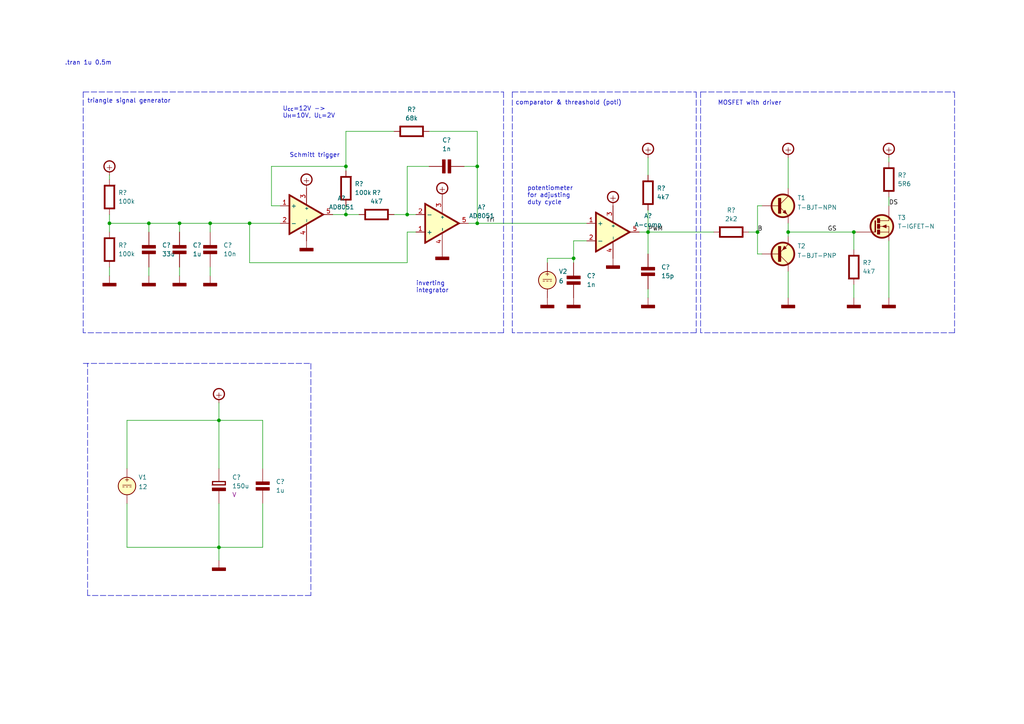
<source format=kicad_sch>
(kicad_sch (version 20211123) (generator eeschema)
  (paper "A4")
  (lib_symbols
    (symbol "Elektuur:A-comp"
      (property "Reference" "A" (at -1.905 0 0))
      (property "Value" "A-comp" (at 2.54 -3.175 0))
      (symbol "A-comp_1_1"
        (polyline (pts (xy 4.8514 0) (xy -4.953 5.6642) (xy -4.953 -5.6642) (xy 4.8514 0)) (stroke (width -0.0508)) (fill (type background)))
        (polyline (pts (xy 5.08 0) (xy -5.08 5.8674) (xy -5.08 -5.8674) (xy 5.08 0) (xy 4.572 0) (xy -4.826 -5.4356) (xy -4.826 5.4356) (xy 4.572 0) (xy 5.08 0)) (stroke (width 0.254)) (fill (type outline)))
        (pin input line (at -7.62 2.54 0) (length 2.54) (name "+") (number "1"))
        (pin input line (at -7.62 -2.54 0) (length 2.54) (name "-") (number "2"))
        (pin power_in line (at 0 7.62 270) (length 4.6736) (name "+") (number "3"))
        (pin power_in line (at 0 -7.62 90) (length 4.6736) (name "-") (number "4"))
        (pin output line (at 7.62 0 180) (length 2.54) (name "OUT") (number "5"))
      )
      (symbol "A-comp_1_2"
        (polyline (pts (xy 5.715 0) (xy -5.842 6.6548) (xy -5.842 -6.6548) (xy 5.715 0)) (stroke (width -0.0508)) (fill (type background)))
        (polyline (pts (xy 5.969 0) (xy -5.969 6.8834) (xy -5.969 -6.8834) (xy 5.969 0) (xy 5.461 0) (xy -5.715 -6.4516) (xy -5.715 6.4516) (xy 5.461 0) (xy 5.969 0)) (stroke (width 0.254)) (fill (type outline)))
        (pin input line (at -7.62 3.175 0) (length 1.651) (name "+") (number "1"))
        (pin input line (at -7.62 -3.175 0) (length 1.651) (name "-") (number "2"))
        (pin power_in line (at 0 7.62 270) (length 4.1656) (name "+") (number "3"))
        (pin power_in line (at 0 -7.62 90) (length 4.1656) (name "-") (number "4"))
        (pin output line (at 7.62 0 180) (length 1.651) (name "OUT") (number "5"))
      )
    )
    (symbol "Elektuur:A-opamp"
      (property "Reference" "A" (at -1.905 0 0))
      (property "Value" "A-opamp" (at 2.54 -3.175 0))
      (symbol "A-opamp_1_1"
        (polyline (pts (xy 4.8514 0) (xy -4.953 5.6642) (xy -4.953 -5.6642) (xy 4.8514 0)) (stroke (width -0.0508)) (fill (type background)))
        (polyline (pts (xy 5.08 0) (xy -5.08 5.8674) (xy -5.08 -5.8674) (xy 5.08 0) (xy 4.572 0) (xy -4.826 -5.4356) (xy -4.826 5.4356) (xy 4.572 0) (xy 5.08 0)) (stroke (width 0.254)) (fill (type outline)))
        (pin input line (at -7.62 -2.54 0) (length 2.54) (name "+") (number "1"))
        (pin input line (at -7.62 2.54 0) (length 2.54) (name "-") (number "2"))
        (pin power_in line (at 0 7.62 270) (length 4.6736) (name "+") (number "3"))
        (pin power_in line (at 0 -7.62 90) (length 4.6736) (name "-") (number "4"))
        (pin output line (at 7.62 0 180) (length 2.54) (name "OUT") (number "5"))
      )
      (symbol "A-opamp_1_2"
        (polyline (pts (xy 5.715 0) (xy -5.842 6.6548) (xy -5.842 -6.6548) (xy 5.715 0)) (stroke (width -0.0508)) (fill (type background)))
        (polyline (pts (xy 5.969 0) (xy -5.969 6.8834) (xy -5.969 -6.8834) (xy 5.969 0) (xy 5.461 0) (xy -5.715 -6.4516) (xy -5.715 6.4516) (xy 5.461 0) (xy 5.969 0)) (stroke (width 0.254)) (fill (type outline)))
        (pin input line (at -7.62 -3.175 0) (length 1.651) (name "+") (number "1"))
        (pin input line (at -7.62 3.175 0) (length 1.651) (name "-") (number "2"))
        (pin power_in line (at 0 7.62 270) (length 4.1656) (name "+") (number "3"))
        (pin power_in line (at 0 -7.62 90) (length 4.1656) (name "-") (number "4"))
        (pin output line (at 7.62 0 180) (length 1.651) (name "OUT") (number "5"))
      )
    )
    (symbol "Elektuur:C" (pin_numbers hide) (pin_names (offset 0) hide)
      (property "Reference" "C" (at 0.635 3.175 0))
      (property "Value" "C" (at 0.635 -3.175 0))
      (symbol "C_1_1"
        (rectangle (start -1.905 -0.4318) (end 1.905 -1.1938) (stroke (width 0.254)) (fill (type outline)))
        (rectangle (start -1.905 1.1938) (end 1.905 0.4318) (stroke (width 0.254)) (fill (type outline)))
        (pin passive line (at 0 5.08 270) (length 3.8862) (name "+") (number "1"))
        (pin passive line (at 0 -5.08 90) (length 3.8862) (name "-") (number "2"))
      )
      (symbol "C_1_2"
        (polyline (pts (xy -1.905 -1.4986) (xy 1.905 -1.4986) (xy 1.905 -0.4318) (xy -1.905 -0.4318) (xy -1.905 -1.4986) (xy -1.8034 -1.397) (xy -1.8034 -0.5334) (xy 1.8034 -0.5334) (xy 1.8034 -1.397) (xy -1.8034 -1.397) (xy -1.905 -1.4986)) (stroke (width 0.254)) (fill (type outline)))
        (polyline (pts (xy -1.905 0.4318) (xy 1.905 0.4318) (xy 1.905 1.4986) (xy -1.905 1.4986) (xy -1.905 0.4318) (xy -1.8034 0.5334) (xy -1.8034 1.397) (xy 1.8034 1.397) (xy 1.8034 0.5334) (xy -1.8034 0.5334) (xy -1.905 0.4318)) (stroke (width 0.254)) (fill (type outline)))
        (pin passive line (at 0 5.08 270) (length 3.5814) (name "+") (number "1"))
        (pin passive line (at 0 -5.08 90) (length 3.5814) (name "-") (number "2"))
      )
    )
    (symbol "Elektuur:C-polar" (pin_numbers hide) (pin_names (offset 0) hide)
      (property "Reference" "C" (at 0.635 3.175 0))
      (property "Value" "C-polar" (at 0.635 -3.175 0))
      (property "Rating" "V" (at -0.635 -3.175 0))
      (symbol "C-polar_1_1"
        (rectangle (start -1.905 -0.5842) (end 1.905 -1.3462) (stroke (width 0.254)) (fill (type outline)))
        (polyline (pts (xy -1.905 0.2794) (xy 1.905 0.2794) (xy 1.905 1.3462) (xy -1.905 1.3462) (xy -1.905 0.2794) (xy -1.8034 0.381) (xy -1.8034 1.2446) (xy 1.8034 1.2446) (xy 1.8034 0.381) (xy -1.8034 0.381) (xy -1.905 0.2794)) (stroke (width 0.254)) (fill (type outline)))
        (pin passive line (at 0 5.08 270) (length 3.7338) (name "+") (number "1"))
        (pin passive line (at 0 -5.08 90) (length 3.7338) (name "-") (number "2"))
      )
      (symbol "C-polar_1_2"
        (rectangle (start -1.905 -0.4318) (end 1.905 -1.1938) (stroke (width 0.254)) (fill (type outline)))
        (polyline (pts (xy -1.905 0.4318) (xy 1.905 0.4318) (xy 1.905 1.4986) (xy -1.905 1.4986) (xy -1.905 0.4318) (xy -1.8034 0.5334) (xy -1.8034 1.397) (xy 1.8034 1.397) (xy 1.8034 0.5334) (xy -1.8034 0.5334) (xy -1.905 0.4318)) (stroke (width 0.254)) (fill (type outline)))
        (pin passive line (at 0 5.08 270) (length 3.5814) (name "+") (number "1"))
        (pin passive line (at 0 -5.08 90) (length 3.8862) (name "-") (number "2"))
      )
    )
    (symbol "Elektuur:R" (pin_numbers hide) (pin_names (offset 0) hide)
      (property "Reference" "R" (at 2.54 3.175 0))
      (property "Value" "R" (at 0 0 90))
      (symbol "R_1_1"
        (polyline (pts (xy -1.524 -3.429) (xy 1.524 -3.429) (xy 1.524 3.429) (xy -1.524 3.429) (xy -1.524 -3.429) (xy -1.27 -3.175) (xy -1.27 3.175) (xy 1.27 3.175) (xy 1.27 -3.175) (xy -1.27 -3.175) (xy -1.524 -3.429)) (stroke (width 0.254)) (fill (type outline)))
        (pin passive line (at 0 5.08 270) (length 1.651) (name "+") (number "1"))
        (pin passive line (at 0 -5.08 90) (length 1.651) (name "-") (number "2"))
      )
      (symbol "R_1_2"
        (polyline (pts (xy -0.508 -3.429) (xy 1.524 -3.429) (xy 1.524 3.429) (xy -0.508 3.429) (xy -0.508 3.175) (xy 1.27 3.175) (xy 1.27 -3.175) (xy -0.508 -3.175) (xy -0.508 -3.429)) (stroke (width 0.254)) (fill (type outline)))
        (pin passive line (at 0 5.08 270) (length 1.651) (name "+") (number "1"))
        (pin passive line (at 0 -5.08 90) (length 1.651) (name "-") (number "2"))
      )
      (symbol "R_1_3"
        (polyline (pts (xy 0 3.4798) (xy 0 3.2004) (xy 0.7112 2.794) (xy -1.1938 1.6764) (xy 0.7112 0.5588) (xy -1.1938 -0.5588) (xy 0.7112 -1.6764) (xy -1.1938 -2.794) (xy 0 -3.4798) (xy 0 -3.2004) (xy -0.7112 -2.794) (xy 1.1938 -1.6764) (xy -0.7112 -0.5588) (xy 1.1938 0.5588) (xy -0.7112 1.6764) (xy 1.1938 2.794) (xy 0 3.4798)) (stroke (width 0.254)) (fill (type outline)))
        (pin passive line (at 0 5.08 270) (length 1.6002) (name "+") (number "1"))
        (pin passive line (at 0 -5.08 90) (length 1.6002) (name "-") (number "2"))
      )
      (symbol "R_1_4"
        (polyline (pts (xy 0 4.5466) (xy 0 4.2672) (xy 0.0508 4.2418) (xy 1.016 3.683) (xy -1.524 2.2098) (xy 1.016 0.7366) (xy -1.524 -0.7366) (xy 1.016 -2.2098) (xy -1.524 -3.683) (xy -0.0762 -4.5212) (xy 0 -4.5466) (xy 0 -4.2672) (xy -0.0508 -4.2418) (xy -1.016 -3.683) (xy 1.524 -2.2098) (xy -1.016 -0.7366) (xy 1.524 0.7366) (xy -1.016 2.2098) (xy 1.524 3.683) (xy 0.0762 4.5212) (xy 0 4.5466)) (stroke (width 0.254)) (fill (type outline)))
        (pin passive line (at 0 5.08 270) (length 0.5334) (name "+") (number "1"))
        (pin passive line (at 0 -5.08 90) (length 0.5334) (name "-") (number "2"))
      )
    )
    (symbol "Elektuur:T-BJT-NPN" (pin_numbers hide) (pin_names (offset 0) hide)
      (property "Reference" "T" (at 3.175 3.81 0))
      (property "Value" "T-BJT-NPN" (at 3.175 -3.81 0))
      (property "Spice_Model" "Q" (at -1.905 3.81 0))
      (symbol "T-BJT-NPN_1_0"
        (polyline (pts (xy 2.54 -2.794) (xy 0.381 -0.635)))
        (polyline (pts (xy 2.54 2.794) (xy 0.381 0.635)))
        (polyline (pts (xy 2.1082 -2.3622) (xy 1.651 -1.27) (xy 1.016 -1.905) (xy 2.1082 -2.3622)) (fill (type outline)))
        (pin passive line (at 2.54 5.08 270) (length 2.286) (name "C") (number "1"))
        (pin passive line (at -5.08 0 0) (length 4.826) (name "B") (number "2"))
        (pin passive line (at 2.54 -5.08 90) (length 2.286) (name "E") (number "3"))
      )
      (symbol "T-BJT-NPN_1_1"
        (rectangle (start -0.254 2.159) (end 0.381 -2.159) (stroke (width 0.254)) (fill (type outline)))
        (circle (center 1.016 0) (radius 3.302) (stroke (width 0.508)) (fill (type background)))
      )
      (symbol "T-BJT-NPN_1_2"
        (rectangle (start -0.254 2.159) (end 0.381 -2.159) (stroke (width 0.254)) (fill (type outline)))
      )
    )
    (symbol "Elektuur:T-BJT-PNP" (pin_numbers hide) (pin_names (offset 0) hide)
      (property "Reference" "T" (at 3.175 3.81 0))
      (property "Value" "T-BJT-PNP" (at 3.175 -3.81 0))
      (property "Spice_Model" "Q" (at -1.905 3.81 0))
      (symbol "T-BJT-PNP_1_0"
        (polyline (pts (xy 2.54 -2.794) (xy 0.381 -0.635)))
        (polyline (pts (xy 2.54 2.794) (xy 0.381 0.635)))
        (polyline (pts (xy 0.9398 1.1938) (xy 2.032 1.651) (xy 1.397 2.286) (xy 0.9398 1.1938)) (fill (type outline)))
        (pin passive line (at 2.54 -5.08 90) (length 2.286) (name "C") (number "1"))
        (pin passive line (at -5.08 0 0) (length 4.826) (name "B") (number "2"))
        (pin passive line (at 2.54 5.08 270) (length 2.286) (name "E") (number "3"))
      )
      (symbol "T-BJT-PNP_1_1"
        (rectangle (start -0.254 2.159) (end 0.381 -2.159) (stroke (width 0.254)) (fill (type outline)))
        (circle (center 1.016 0) (radius 3.302) (stroke (width 0.508)) (fill (type background)))
      )
      (symbol "T-BJT-PNP_1_2"
        (rectangle (start -0.254 2.159) (end 0.381 -2.159) (stroke (width 0.254)) (fill (type outline)))
      )
    )
    (symbol "Elektuur:T-IGFET-N" (pin_numbers hide) (pin_names (offset 0) hide)
      (property "Reference" "T" (at 6.35 3.81 0))
      (property "Value" "T-IGFET-N" (at 6.35 -3.81 0))
      (property "Spice_Model" "M" (at -0.635 3.81 0))
      (symbol "T-IGFET-N_1_0"
        (polyline (pts (xy 5.08 -2.54) (xy 2.413 -2.54)))
        (polyline (pts (xy 5.08 0.762) (xy 2.413 0.762)))
        (polyline (pts (xy 5.08 -2.54) (xy 5.08 -0.889) (xy 2.413 -0.889)))
        (polyline (pts (xy 3.2004 -0.889) (xy 4.318 -0.4318) (xy 4.318 -1.3462) (xy 3.2004 -0.889)) (fill (type outline)))
        (rectangle (start 1.778 -1.9558) (end 2.413 -3.1242) (stroke (width 0.254)) (fill (type outline)))
        (rectangle (start 1.778 -0.3048) (end 2.413 -1.4732) (stroke (width 0.254)) (fill (type outline)))
        (rectangle (start 1.778 1.3462) (end 2.413 0.1778) (stroke (width 0.254)) (fill (type outline)))
        (pin passive line (at 5.08 5.08 270) (length 4.318) (name "D") (number "1"))
        (pin passive line (at -5.08 -2.54 0) (length 6.096) (name "G") (number "2"))
        (pin passive line (at 5.08 -5.08 90) (length 2.54) (name "S") (number "3"))
      )
      (symbol "T-IGFET-N_1_1"
        (rectangle (start 1.016 0.762) (end 1.27 -2.54) (fill (type outline)))
        (circle (center 3.048 -0.889) (radius 3.302) (stroke (width 0.508)) (fill (type background)))
      )
      (symbol "T-IGFET-N_1_2"
        (rectangle (start 1.016 0.762) (end 1.27 -2.54) (fill (type outline)))
      )
    )
    (symbol "Elektuur:V-+" (power) (pin_numbers hide) (pin_names (offset 1.27) hide)
      (symbol "V-+_1_0"
        (pin power_in line (at 0 0 0) (length 0) hide (name "+") (number "0"))
      )
      (symbol "V-+_1_1"
        (circle (center 0 -2.54) (radius 1.6002) (stroke (width 0.3556)))
        (polyline (pts (xy 0 -0.889) (xy 0 0)))
        (text "+" (at 0 -2.3368 0) (effects (font (size 1.8542 1.8542))))
      )
      (symbol "V-+_1_2"
        (circle (center -2.54 0) (radius 1.6002) (stroke (width 0.3556)))
        (polyline (pts (xy -0.889 0) (xy 0 0)))
        (text "+" (at -2.54 0.2032 0) (effects (font (size 1.8542 1.8542))))
      )
    )
    (symbol "Elektuur:V-GND" (power) (pin_numbers hide) (pin_names (offset 1.27) hide)
      (symbol "V-GND_1_1"
        (rectangle (start -1.905 -2.159) (end 1.905 -2.921) (stroke (width 0.254)) (fill (type outline)))
        (polyline (pts (xy 0 0) (xy 0 -2.159)))
        (pin power_in line (at 0 0 0) (length 0) hide (name "0") (number "0"))
      )
      (symbol "V-GND_1_2"
        (rectangle (start -1.905 0.381) (end 1.905 -0.381) (stroke (width 0.254)) (fill (type outline)))
        (pin power_in line (at 0 0 0) (length 0) hide (name "0") (number "0"))
      )
    )
    (symbol "Simulation_SPICE:VDC" (pin_numbers hide) (pin_names (offset 0.0254))
      (property "Reference" "V" (at 2.54 2.54 0))
      (property "Value" "VDC" (at 2.54 0 0))
      (property "Spice_Model" "dc(1)" (at 2.54 -2.54 0))
      (symbol "VDC_0_0"
        (polyline (pts (xy -1.27 0.254) (xy 1.27 0.254)))
        (polyline (pts (xy -0.762 -0.254) (xy -1.27 -0.254)))
        (polyline (pts (xy 0.254 -0.254) (xy -0.254 -0.254)))
        (polyline (pts (xy 1.27 -0.254) (xy 0.762 -0.254)))
        (text "+" (at 0 1.905 0) (effects (font (size 1.27 1.27))))
      )
      (symbol "VDC_0_1"
        (circle (center 0 0) (radius 2.54) (stroke (width 0.254)) (fill (type background)))
      )
      (symbol "VDC_1_1"
        (pin passive line (at 0 5.08 270) (length 2.54) (name "~") (number "1"))
        (pin passive line (at 0 -5.08 90) (length 2.54) (name "~") (number "2"))
      )
    )
  )
  (junction (at 60.96 64.77))
  (junction (at 219.71 67.31))
  (junction (at 138.43 48.26))
  (junction (at 63.5 158.75))
  (junction (at 166.37 74.93))
  (junction (at 52.07 64.77))
  (junction (at 63.5 121.92))
  (junction (at 43.18 64.77))
  (junction (at 187.96 67.31))
  (junction (at 31.75 64.77))
  (junction (at 118.11 62.23))
  (junction (at 247.65 67.31))
  (junction (at 72.39 64.77))
  (junction (at 138.43 64.77))
  (junction (at 100.33 62.23))
  (junction (at 100.33 48.26))
  (junction (at 228.6 67.31))
  (wire (pts (xy 60.96 64.77) (xy 60.96 67.31)))
  (wire (pts (xy 219.71 73.66) (xy 220.98 73.66)))
  (wire (pts (xy 63.5 158.75) (xy 63.5 162.56)))
  (wire (pts (xy 124.46 38.1) (xy 138.43 38.1)))
  (polyline (pts (xy 276.86 96.52) (xy 203.2 96.52)))
  (wire (pts (xy 100.33 48.26) (xy 78.74 48.26)))
  (wire (pts (xy 36.83 121.92) (xy 63.5 121.92)))
  (wire (pts (xy 31.75 64.77) (xy 43.18 64.77)))
  (wire (pts (xy 118.11 62.23) (xy 120.65 62.23)))
  (wire (pts (xy 31.75 64.77) (xy 31.75 67.31)))
  (wire (pts (xy 187.96 67.31) (xy 187.96 73.66)))
  (wire (pts (xy 63.5 146.05) (xy 63.5 158.75)))
  (wire (pts (xy 63.5 158.75) (xy 76.2 158.75)))
  (wire (pts (xy 138.43 64.77) (xy 170.18 64.77)))
  (wire (pts (xy 138.43 48.26) (xy 138.43 64.77)))
  (wire (pts (xy 247.65 67.31) (xy 247.65 72.39)))
  (wire (pts (xy 76.2 146.05) (xy 76.2 158.75)))
  (wire (pts (xy 217.17 67.31) (xy 219.71 67.31)))
  (wire (pts (xy 158.75 76.2) (xy 158.75 74.93)))
  (wire (pts (xy 228.6 67.31) (xy 228.6 68.58)))
  (wire (pts (xy 52.07 77.47) (xy 52.07 80.01)))
  (wire (pts (xy 114.3 62.23) (xy 118.11 62.23)))
  (wire (pts (xy 219.71 67.31) (xy 219.71 73.66)))
  (wire (pts (xy 31.75 52.07) (xy 31.75 50.8)))
  (wire (pts (xy 257.81 57.15) (xy 257.81 59.69)))
  (polyline (pts (xy 201.93 96.52) (xy 148.59 96.52)))
  (wire (pts (xy 158.75 74.93) (xy 166.37 74.93)))
  (wire (pts (xy 138.43 38.1) (xy 138.43 48.26)))
  (wire (pts (xy 52.07 64.77) (xy 43.18 64.77)))
  (wire (pts (xy 52.07 64.77) (xy 52.07 67.31)))
  (wire (pts (xy 187.96 45.72) (xy 187.96 50.8)))
  (wire (pts (xy 76.2 121.92) (xy 76.2 135.89)))
  (wire (pts (xy 120.65 67.31) (xy 118.11 67.31)))
  (wire (pts (xy 43.18 77.47) (xy 43.18 80.01)))
  (wire (pts (xy 81.28 64.77) (xy 72.39 64.77)))
  (wire (pts (xy 63.5 121.92) (xy 63.5 135.89)))
  (wire (pts (xy 257.81 45.72) (xy 257.81 46.99)))
  (wire (pts (xy 31.75 62.23) (xy 31.75 64.77)))
  (polyline (pts (xy 148.59 26.67) (xy 148.59 96.52)))
  (wire (pts (xy 100.33 49.53) (xy 100.33 48.26)))
  (wire (pts (xy 72.39 64.77) (xy 60.96 64.77)))
  (wire (pts (xy 247.65 82.55) (xy 247.65 86.36)))
  (polyline (pts (xy 24.13 26.67) (xy 146.05 26.67)))
  (wire (pts (xy 100.33 59.69) (xy 100.33 62.23)))
  (polyline (pts (xy 276.86 26.67) (xy 276.86 96.52)))
  (wire (pts (xy 228.6 67.31) (xy 247.65 67.31)))
  (wire (pts (xy 78.74 59.69) (xy 81.28 59.69)))
  (polyline (pts (xy 90.17 105.41) (xy 90.17 172.72)))
  (wire (pts (xy 72.39 64.77) (xy 72.39 76.2)))
  (wire (pts (xy 124.46 48.26) (xy 118.11 48.26)))
  (wire (pts (xy 219.71 59.69) (xy 219.71 67.31)))
  (wire (pts (xy 36.83 121.92) (xy 36.83 135.89)))
  (polyline (pts (xy 203.2 26.67) (xy 203.2 96.52)))
  (wire (pts (xy 134.62 48.26) (xy 138.43 48.26)))
  (wire (pts (xy 36.83 146.05) (xy 36.83 158.75)))
  (polyline (pts (xy 24.13 105.41) (xy 90.17 105.41)))
  (wire (pts (xy 96.52 62.23) (xy 100.33 62.23)))
  (wire (pts (xy 228.6 45.72) (xy 228.6 54.61)))
  (wire (pts (xy 36.83 158.75) (xy 63.5 158.75)))
  (wire (pts (xy 31.75 77.47) (xy 31.75 80.01)))
  (wire (pts (xy 228.6 78.74) (xy 228.6 86.36)))
  (wire (pts (xy 100.33 38.1) (xy 114.3 38.1)))
  (wire (pts (xy 100.33 38.1) (xy 100.33 48.26)))
  (polyline (pts (xy 146.05 26.67) (xy 146.05 96.52)))
  (wire (pts (xy 118.11 48.26) (xy 118.11 62.23)))
  (wire (pts (xy 187.96 67.31) (xy 207.01 67.31)))
  (wire (pts (xy 135.89 64.77) (xy 138.43 64.77)))
  (wire (pts (xy 43.18 64.77) (xy 43.18 67.31)))
  (wire (pts (xy 60.96 64.77) (xy 52.07 64.77)))
  (polyline (pts (xy 24.13 26.67) (xy 24.13 96.52)))
  (wire (pts (xy 257.81 69.85) (xy 257.81 86.36)))
  (wire (pts (xy 220.98 59.69) (xy 219.71 59.69)))
  (wire (pts (xy 78.74 48.26) (xy 78.74 59.69)))
  (wire (pts (xy 187.96 60.96) (xy 187.96 67.31)))
  (wire (pts (xy 228.6 64.77) (xy 228.6 67.31)))
  (wire (pts (xy 185.42 67.31) (xy 187.96 67.31)))
  (wire (pts (xy 166.37 69.85) (xy 166.37 74.93)))
  (polyline (pts (xy 146.05 96.52) (xy 24.13 96.52)))
  (wire (pts (xy 63.5 116.84) (xy 63.5 121.92)))
  (wire (pts (xy 100.33 62.23) (xy 104.14 62.23)))
  (wire (pts (xy 187.96 83.82) (xy 187.96 86.36)))
  (polyline (pts (xy 25.4 172.72) (xy 25.4 105.41)))
  (wire (pts (xy 63.5 121.92) (xy 76.2 121.92)))
  (polyline (pts (xy 203.2 26.67) (xy 276.86 26.67)))
  (wire (pts (xy 118.11 76.2) (xy 72.39 76.2)))
  (polyline (pts (xy 201.93 26.67) (xy 201.93 96.52)))
  (polyline (pts (xy 90.17 172.72) (xy 25.4 172.72)))
  (polyline (pts (xy 148.59 26.67) (xy 201.93 26.67)))
  (wire (pts (xy 170.18 69.85) (xy 166.37 69.85)))
  (wire (pts (xy 166.37 76.2) (xy 166.37 74.93)))
  (polyline (pts (xy 25.4 105.41) (xy 25.4 105.41)))
  (wire (pts (xy 118.11 67.31) (xy 118.11 76.2)))
  (wire (pts (xy 60.96 77.47) (xy 60.96 80.01)))
  (text "potentiometer\nfor adjusting\nduty cycle" (at 152.908 59.5376 0) (effects (font (size 1.27 1.27)) (justify left bottom)))
  (text "Schmitt trigger" (at 83.947 45.847 0) (effects (font (size 1.27 1.27)) (justify left bottom)))
  (text "inverting\nintegrator" (at 120.65 85.09 0) (effects (font (size 1.27 1.27)) (justify left bottom)))
  (text "MOSFET with driver" (at 226.695 30.6832 180) (effects (font (size 1.27 1.27)) (justify right bottom)))
  (text "comparator & threashold (poti)" (at 149.479 30.607 0) (effects (font (size 1.27 1.27)) (justify left bottom)))
  (text "U_{cc}=12V -> \nU_{H}=10V, U_{L}=2V" (at 81.9658 34.417 0) (effects (font (size 1.27 1.27)) (justify left bottom)))
  (text "triangle signal generator" (at 25.273 30.099 0) (effects (font (size 1.27 1.27)) (justify left bottom)))
  (text ".tran 1u 0.5m" (at 18.796 19.05 0) (effects (font (size 1.27 1.27)) (justify left bottom)))
  (label "Tri" (at 140.97 64.77 0))
  (label "B" (at 219.71 67.31 0))
  (label "GS" (at 240.03 67.31 0))
  (label "PWM" (at 187.96 67.31 0))
  (label "DS" (at 257.81 59.69 0))
  (symbol (lib_id "Elektuur:V-GND") (at 257.81 86.36 0) (unit 1)
    (property "Reference" "#PWR?" (effects hide))
    (property "Value" "V-GND" (effects hide))
    (property "Label" "GND" (effects hide))
  )
  (symbol (lib_id "Elektuur:R") (at 31.75 57.15 180) (unit 1)
    (property "Reference" "R?" (at 34.29 55.8799 0) (effects (justify right)))
    (property "Value" "100k" (at 34.29 58.4199 0) (effects (justify right)))
    (property "Indicator" "+" (effects hide))
    (property "Rating" "W" (effects hide))
  )
  (symbol (lib_id "Elektuur:V-GND") (at 60.96 80.01 0) (unit 1)
    (property "Reference" "#PWR?" (effects hide))
    (property "Value" "V-GND" (effects hide))
    (property "Label" "GND" (effects hide))
  )
  (symbol (lib_id "Elektuur:V-+") (at 31.75 50.8 180) (unit 1)
    (property "Reference" "#PWR?" (effects hide))
    (property "Value" "V-+" (effects hide))
  )
  (symbol (lib_id "Elektuur:A-comp") (at 177.8 67.31 0) (unit 1)
    (property "Reference" "A?" (at 187.96 62.611 0))
    (property "Value" "A-comp" (at 187.96 65.151 0))
    (property "Spice_Primitive" "X" (effects hide))
    (property "Spice_Model" "LM393" (effects hide))
    (property "Spice_Netlist_Enabled" "Y" (effects hide))
    (property "Spice_Lib_File" "LM393.5_1" (effects hide))
  )
  (symbol (lib_id "Elektuur:C") (at 187.96 78.74 180) (unit 1)
    (property "Reference" "C?" (at 191.77 77.4699 0) (effects (justify right)))
    (property "Value" "15p" (at 191.77 80.0099 0) (effects (justify right)))
    (property "Indicator" "+" (effects hide))
    (property "Rating" "V" (effects hide))
  )
  (symbol (lib_id "Elektuur:C") (at 76.2 140.97 0) (unit 1)
    (property "Reference" "C?" (at 80.01 139.6999 0) (effects (justify left)))
    (property "Value" "1u" (at 80.01 142.2399 0) (effects (justify left)))
    (property "Indicator" "+" (effects hide))
    (property "Rating" "V" (effects hide))
  )
  (symbol (lib_id "Elektuur:R") (at 257.81 52.07 0) (unit 1)
    (property "Reference" "R?" (at 260.35 50.7999 0) (effects (justify left)))
    (property "Value" "5R6" (at 260.35 53.3399 0) (effects (justify left)))
    (property "Indicator" "+" (effects hide))
    (property "Rating" "W" (effects hide))
  )
  (symbol (lib_id "Elektuur:R") (at 247.65 77.47 0) (unit 1)
    (property "Reference" "R?" (at 250.19 76.1999 0) (effects (justify left)))
    (property "Value" "4k7" (at 250.19 78.7399 0) (effects (justify left)))
    (property "Indicator" "+" (effects hide))
    (property "Rating" "W" (effects hide))
  )
  (symbol (lib_id "Elektuur:V-+") (at 128.27 57.15 180) (unit 1)
    (property "Reference" "#PWR?" (effects hide))
    (property "Value" "V-+" (effects hide))
  )
  (symbol (lib_id "Elektuur:C") (at 166.37 81.28 180) (unit 1)
    (property "Reference" "C?" (at 170.18 80.0099 0) (effects (justify right)))
    (property "Value" "1n" (at 170.18 82.5499 0) (effects (justify right)))
    (property "Indicator" "+" (effects hide))
    (property "Rating" "V" (effects hide))
  )
  (symbol (lib_id "Elektuur:C-polar") (at 63.5 140.97 0) (unit 1)
    (property "Reference" "C?" (at 67.31 138.4299 0) (effects (justify left)))
    (property "Value" "150u" (at 67.31 140.9699 0) (effects (justify left)))
    (property "Indicator" "+" (effects hide))
    (property "Rating" "V" (at 67.31 143.5099 0) (effects (justify left)))
  )
  (symbol (lib_id "Elektuur:T-IGFET-N") (at 252.73 64.77 0) (unit 1)
    (property "Reference" "T3" (at 260.35 63.1189 0) (effects (justify left)))
    (property "Value" "T-IGFET-N" (at 260.35 65.6589 0) (effects (justify left)))
    (property "Spice_Model" "BUK9219-55A" (at 260.35 68.1989 0) (effects (justify left)))
    (property "Spice_Primitive" "M" (effects hide))
    (property "Spice_Lib_File" "/Users/frankkirschbaum/Documents/KiCad/KiCad-Spice-Library/Models/Transistor/FET/MOS.lib" (effects hide))
    (property "Spice_Netlist_Enabled" "Y" (effects hide))
  )
  (symbol (lib_id "Elektuur:C") (at 52.07 72.39 0) (unit 1)
    (property "Reference" "C?" (at 55.88 71.1199 0) (effects (justify left)))
    (property "Value" "1u" (at 55.88 73.6599 0) (effects (justify left)))
    (property "Indicator" "+" (effects hide))
    (property "Rating" "V" (effects hide))
  )
  (symbol (lib_id "Elektuur:V-GND") (at 247.65 86.36 0) (unit 1)
    (property "Reference" "#PWR?" (effects hide))
    (property "Value" "V-GND" (effects hide))
    (property "Label" "GND" (effects hide))
  )
  (symbol (lib_id "Simulation_SPICE:VDC") (at 158.75 81.28 0) (unit 1)
    (property "Reference" "V2" (at 162.052 78.7346 0) (effects (justify left)))
    (property "Value" "3" (at 162.052 81.5097 0) (effects (justify left)))
    (property "Spice_Netlist_Enabled" "Y" (effects hide))
    (property "Spice_Primitive" "V" (effects hide))
    (property "Spice_Model" "dc 6" (at 162.052 84.2848 0) (effects (justify left)))
  )
  (symbol (lib_id "Elektuur:V-GND") (at 228.6 86.36 0) (unit 1)
    (property "Reference" "#PWR?" (effects hide))
    (property "Value" "V-GND" (effects hide))
    (property "Label" "GND" (effects hide))
  )
  (symbol (lib_id "Elektuur:C") (at 43.18 72.39 0) (unit 1)
    (property "Reference" "C?" (at 46.99 71.1199 0) (effects (justify left)))
    (property "Value" "33u" (at 46.99 73.6599 0) (effects (justify left)))
    (property "Indicator" "+" (effects hide))
    (property "Rating" "V" (effects hide))
  )
  (symbol (lib_id "Elektuur:V-+") (at 228.6 45.72 180) (unit 1)
    (property "Reference" "#PWR?" (effects hide))
    (property "Value" "V-+" (effects hide))
  )
  (symbol (lib_id "Elektuur:V-GND") (at 43.18 80.01 0) (unit 1)
    (property "Reference" "#PWR?" (effects hide))
    (property "Value" "V-GND" (effects hide))
    (property "Label" "GND" (effects hide))
  )
  (symbol (lib_id "Elektuur:C") (at 60.96 72.39 0) (unit 1)
    (property "Reference" "C?" (at 64.77 71.1199 0) (effects (justify left)))
    (property "Value" "10n" (at 64.77 73.6599 0) (effects (justify left)))
    (property "Indicator" "+" (effects hide))
    (property "Rating" "V" (effects hide))
  )
  (symbol (lib_id "Elektuur:R") (at 109.22 62.23 270) (unit 1)
    (property "Reference" "R?" (at 109.22 55.88 90))
    (property "Value" "4k7" (at 109.22 58.42 90))
    (property "Indicator" "+" (effects hide))
    (property "Rating" "W" (effects hide))
  )
  (symbol (lib_id "Elektuur:R") (at 119.38 38.1 90) (unit 1)
    (property "Reference" "R?" (at 119.38 31.75 90))
    (property "Value" "68k" (at 119.38 34.29 90))
    (property "Indicator" "+" (effects hide))
    (property "Rating" "W" (effects hide))
  )
  (symbol (lib_id "Elektuur:V-GND") (at 177.8 74.93 0) (unit 1)
    (property "Reference" "#PWR?" (effects hide))
    (property "Value" "V-GND" (effects hide))
    (property "Label" "GND" (effects hide))
  )
  (symbol (lib_id "Elektuur:A-comp") (at 88.9 62.23 0) (unit 1)
    (property "Reference" "A?" (at 99.06 57.531 0))
    (property "Value" "AD8051" (at 99.06 60.071 0))
    (property "Spice_Primitive" "X" (effects hide))
    (property "Spice_Model" "AD8051" (effects hide))
    (property "Spice_Netlist_Enabled" "Y" (effects hide))
    (property "Spice_Lib_File" "ad8051.lib" (effects hide))
  )
  (symbol (lib_id "Elektuur:V-+") (at 187.96 45.72 180) (unit 1)
    (property "Reference" "#PWR?" (effects hide))
    (property "Value" "V-+" (effects hide))
  )
  (symbol (lib_id "Elektuur:T-BJT-PNP") (at 226.06 73.66 0) (unit 1)
    (property "Reference" "T2" (at 231.267 71.3639 0) (effects (justify left)))
    (property "Value" "T-BJT-PNP" (at 231.267 74.139 0) (effects (justify left)))
    (property "Spice_Model" "BC807-40" (at 231.267 76.9141 0) (effects (justify left)))
    (property "Spice_Primitive" "Q" (effects hide))
    (property "Spice_Lib_File" "/Users/frankkirschbaum/Documents/KiCad/KiCad-Spice-Library/Models/Transistor/BJT/BJT.lib" (effects hide))
    (property "Spice_Netlist_Enabled" "Y" (effects hide))
  )
  (symbol (lib_id "Elektuur:V-GND") (at 88.9 69.85 0) (unit 1)
    (property "Reference" "#PWR?" (effects hide))
    (property "Value" "V-GND" (effects hide))
    (property "Label" "GND" (effects hide))
  )
  (symbol (lib_id "Elektuur:R") (at 187.96 55.88 0) (unit 1)
    (property "Reference" "R?" (at 190.5 54.6099 0) (effects (justify left)))
    (property "Value" "4k7" (at 190.5 57.1499 0) (effects (justify left)))
    (property "Indicator" "+" (effects hide))
    (property "Rating" "W" (effects hide))
  )
  (symbol (lib_id "Elektuur:V-GND") (at 31.75 80.01 0) (unit 1)
    (property "Reference" "#PWR?" (effects hide))
    (property "Value" "V-GND" (effects hide))
    (property "Label" "GND" (effects hide))
  )
  (symbol (lib_id "Elektuur:V-GND") (at 158.75 86.36 0) (unit 1)
    (property "Reference" "#PWR?" (effects hide))
    (property "Value" "V-GND" (effects hide))
    (property "Label" "GND" (effects hide))
  )
  (symbol (lib_id "Elektuur:C") (at 129.54 48.26 90) (unit 1)
    (property "Reference" "C?" (at 129.54 40.64 90))
    (property "Value" "1n" (at 129.54 43.18 90))
    (property "Indicator" "+" (effects hide))
    (property "Rating" "V" (effects hide))
  )
  (symbol (lib_id "Elektuur:T-BJT-NPN") (at 226.06 59.69 0) (unit 1)
    (property "Reference" "T1" (at 231.267 57.3939 0) (effects (justify left)))
    (property "Value" "T-BJT-NPN" (at 231.267 60.169 0) (effects (justify left)))
    (property "Spice_Model" "BC817-40" (at 231.267 62.9441 0) (effects (justify left)))
    (property "Spice_Primitive" "Q" (effects hide))
    (property "Spice_Lib_File" "/Users/frankkirschbaum/Documents/KiCad/KiCad-Spice-Library/Models/Transistor/BJT/BJT.lib" (effects hide))
    (property "Spice_Netlist_Enabled" "Y" (effects hide))
  )
  (symbol (lib_id "Elektuur:V-+") (at 177.8 59.69 180) (unit 1)
    (property "Reference" "#PWR?" (effects hide))
    (property "Value" "V-+" (effects hide))
  )
  (symbol (lib_id "Elektuur:V-GND") (at 128.27 72.39 0) (unit 1)
    (property "Reference" "#PWR?" (effects hide))
    (property "Value" "V-GND" (effects hide))
    (property "Label" "GND" (effects hide))
  )
  (symbol (lib_id "Elektuur:V-GND") (at 52.07 80.01 0) (unit 1)
    (property "Reference" "#PWR?" (effects hide))
    (property "Value" "V-GND" (effects hide))
    (property "Label" "GND" (effects hide))
  )
  (symbol (lib_id "Elektuur:V-+") (at 257.81 45.72 180) (unit 1)
    (property "Reference" "#PWR?" (effects hide))
    (property "Value" "V-+" (effects hide))
  )
  (symbol (lib_id "Elektuur:A-opamp") (at 128.27 64.77 0) (unit 1)
    (property "Reference" "A?" (at 139.7 60.071 0))
    (property "Value" "AD8051" (at 139.7 62.611 0))
    (property "Spice_Primitive" "X" (effects hide))
    (property "Spice_Model" "AD8051" (effects hide))
    (property "Spice_Netlist_Enabled" "Y" (effects hide))
    (property "Spice_Lib_File" "ad8051.lib" (effects hide))
  )
  (symbol (lib_id "Elektuur:V-GND") (at 166.37 86.36 0) (unit 1)
    (property "Reference" "#PWR?" (effects hide))
    (property "Value" "V-GND" (effects hide))
    (property "Label" "GND" (effects hide))
  )
  (symbol (lib_id "Elektuur:V-GND") (at 63.5 162.56 0) (unit 1)
    (property "Reference" "#PWR?" (effects hide))
    (property "Value" "V-GND" (effects hide))
    (property "Label" "GND" (effects hide))
  )
  (symbol (lib_id "Elektuur:R") (at 100.33 54.61 180) (unit 1)
    (property "Reference" "R?" (at 102.87 53.3399 0) (effects (justify right)))
    (property "Value" "100k" (at 102.87 55.8799 0) (effects (justify right)))
    (property "Indicator" "+" (effects hide))
    (property "Rating" "W" (effects hide))
  )
  (symbol (lib_id "Elektuur:V-+") (at 88.9 54.61 180) (unit 1)
    (property "Reference" "#PWR?" (effects hide))
    (property "Value" "V-+" (effects hide))
  )
  (symbol (lib_id "Elektuur:R") (at 31.75 72.39 180) (unit 1)
    (property "Reference" "R?" (at 34.29 71.1199 0) (effects (justify right)))
    (property "Value" "100k" (at 34.29 73.6599 0) (effects (justify right)))
    (property "Indicator" "+" (effects hide))
    (property "Rating" "W" (effects hide))
  )
  (symbol (lib_id "Elektuur:V-+") (at 63.5 116.84 180) (unit 1)
    (property "Reference" "#PWR?" (effects hide))
    (property "Value" "V-+" (effects hide))
  )
  (symbol (lib_id "Elektuur:V-GND") (at 187.96 86.36 0) (unit 1)
    (property "Reference" "#PWR?" (effects hide))
    (property "Value" "V-GND" (effects hide))
    (property "Label" "GND" (effects hide))
  )
  (symbol (lib_id "Elektuur:R") (at 212.09 67.31 270) (unit 1)
    (property "Reference" "R?" (at 212.09 60.96 90))
    (property "Value" "2k2" (at 212.09 63.5 90))
    (property "Indicator" "+" (effects hide))
    (property "Rating" "W" (effects hide))
  )
  (symbol (lib_id "Simulation_SPICE:VDC") (at 36.83 140.97 0) (unit 1)
    (property "Reference" "V1" (at 40.132 138.4246 0) (effects (justify left)))
    (property "Value" "12" (at 40.132 141.1997 0) (effects (justify left)))
    (property "Spice_Netlist_Enabled" "Y" (effects hide))
    (property "Spice_Primitive" "V" (effects hide))
    (property "Spice_Model" "dc 12" (at 40.132 143.9748 0) (effects (justify left)))
  )
)
</source>
